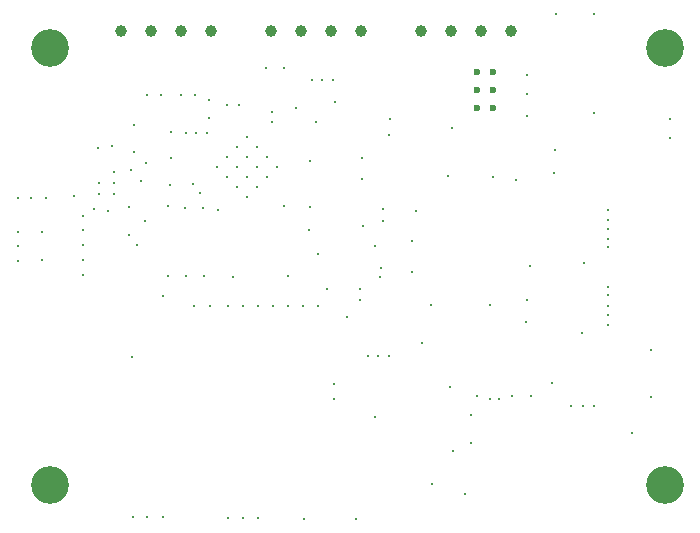
<source format=gbr>
%TF.GenerationSoftware,KiCad,Pcbnew,9.0.3*%
%TF.CreationDate,2025-07-18T13:59:50+02:00*%
%TF.ProjectId,LoRa_Project,4c6f5261-5f50-4726-9f6a-6563742e6b69,rev?*%
%TF.SameCoordinates,Original*%
%TF.FileFunction,Plated,1,4,PTH,Drill*%
%TF.FilePolarity,Positive*%
%FSLAX46Y46*%
G04 Gerber Fmt 4.6, Leading zero omitted, Abs format (unit mm)*
G04 Created by KiCad (PCBNEW 9.0.3) date 2025-07-18 13:59:50*
%MOMM*%
%LPD*%
G01*
G04 APERTURE LIST*
%TA.AperFunction,ComponentDrill*%
%ADD10C,0.200000*%
%TD*%
%TA.AperFunction,ViaDrill*%
%ADD11C,0.300000*%
%TD*%
%TA.AperFunction,ViaDrill*%
%ADD12C,0.600000*%
%TD*%
%TA.AperFunction,ComponentDrill*%
%ADD13C,1.000000*%
%TD*%
%TA.AperFunction,ComponentDrill*%
%ADD14C,3.200000*%
%TD*%
G04 APERTURE END LIST*
D10*
%TO.C,U5*%
X208096016Y-66030330D03*
X208944544Y-65181802D03*
X208944544Y-66878858D03*
X209793072Y-64333274D03*
X209793072Y-66030330D03*
X209793072Y-67727386D03*
X210641600Y-63484746D03*
X210641600Y-65181802D03*
X210641600Y-66878858D03*
X210641600Y-68575914D03*
X211490128Y-64333274D03*
X211490128Y-66030330D03*
X211490128Y-67727386D03*
X212338656Y-65181802D03*
X212338656Y-66878858D03*
X213187184Y-66030330D03*
%TD*%
D11*
X191300000Y-68700000D03*
X191300000Y-71500000D03*
X191300000Y-72700000D03*
X191300000Y-74000000D03*
X192400000Y-68700000D03*
X193300000Y-71500000D03*
X193300000Y-73900000D03*
X193600000Y-68700000D03*
X196000000Y-68500000D03*
X196800000Y-70200000D03*
X196800000Y-71400000D03*
X196800000Y-72600000D03*
X196800000Y-73900000D03*
X196800000Y-75200000D03*
X197700000Y-69600000D03*
X198000000Y-64400000D03*
X198100000Y-67400000D03*
X198100000Y-68300000D03*
X198900000Y-69800000D03*
X199200000Y-64300000D03*
X199400000Y-66500000D03*
X199400000Y-67400000D03*
X199400000Y-68300000D03*
X200700000Y-69400000D03*
X200700000Y-71800000D03*
X200800000Y-66300000D03*
X200931262Y-82134208D03*
X201000000Y-95634999D03*
X201100000Y-62500000D03*
X201100000Y-64800000D03*
X201300000Y-72600000D03*
X201700000Y-67200000D03*
X202000000Y-70600000D03*
X202100000Y-65700000D03*
X202200000Y-59900000D03*
X202200000Y-95634999D03*
X203400000Y-59900000D03*
X203500000Y-77000000D03*
X203500000Y-95634999D03*
X203950000Y-75300000D03*
X204000000Y-69300000D03*
X204100000Y-67600000D03*
X204250000Y-63050000D03*
X204250000Y-65300000D03*
X205050000Y-59900000D03*
X205400000Y-69500000D03*
X205500000Y-63150000D03*
X205500000Y-75300000D03*
X206100000Y-67500000D03*
X206200000Y-77800000D03*
X206250000Y-59900000D03*
X206350000Y-63150000D03*
X206700000Y-68200000D03*
X206900000Y-69500000D03*
X207050000Y-75300000D03*
X207250000Y-63150000D03*
X207475000Y-60350000D03*
X207475000Y-61875000D03*
X207500000Y-77800000D03*
X208200000Y-69700000D03*
X208950000Y-60800000D03*
X209069999Y-77800000D03*
X209069999Y-95769999D03*
X209500000Y-75350000D03*
X210000000Y-60800000D03*
X210300000Y-95734999D03*
X210340000Y-77800000D03*
X211600000Y-95734999D03*
X211610000Y-77800000D03*
X212250000Y-57650000D03*
X212775000Y-62225000D03*
X212800000Y-61350000D03*
X212880000Y-77800000D03*
X213800000Y-57650000D03*
X213825000Y-69350000D03*
X214100000Y-75293749D03*
X214150000Y-77800000D03*
X214800000Y-61000000D03*
X215420000Y-77800001D03*
X215500000Y-95800000D03*
X215899265Y-71400735D03*
X216000000Y-65550000D03*
X216000000Y-69400000D03*
X216150000Y-58700000D03*
X216500000Y-62200000D03*
X216650000Y-73400000D03*
X216690000Y-77800000D03*
X217025000Y-58700000D03*
X217400000Y-76406249D03*
X217900000Y-58700000D03*
X218000000Y-84400000D03*
X218000000Y-85700000D03*
X218100000Y-60500000D03*
X219100000Y-78700000D03*
X219900000Y-95800000D03*
X220200000Y-76400000D03*
X220200000Y-77300000D03*
X220400000Y-65300000D03*
X220400000Y-67050000D03*
X220456248Y-71000000D03*
X220900000Y-82050000D03*
X221500000Y-72700000D03*
X221500000Y-87200000D03*
X221775000Y-82050000D03*
X221950000Y-75350000D03*
X222000000Y-74600000D03*
X222200000Y-69600000D03*
X222200000Y-70600000D03*
X222650000Y-82050000D03*
X222675000Y-63325000D03*
X222800000Y-62000000D03*
X224600000Y-72300000D03*
X224600000Y-74900000D03*
X225000000Y-69800000D03*
X225500000Y-80900000D03*
X226225000Y-77725000D03*
X226300000Y-92900000D03*
X227700000Y-66800000D03*
X227800000Y-84700000D03*
X228000000Y-62700000D03*
X228100000Y-90100000D03*
X229100000Y-93700000D03*
X229600000Y-87000000D03*
X229600000Y-89400000D03*
X230100000Y-85400000D03*
X231200000Y-85700000D03*
X231212500Y-77700000D03*
X231500000Y-66900000D03*
X232000000Y-85700000D03*
X233100000Y-85400000D03*
X233400000Y-67100000D03*
X234286499Y-79126000D03*
X234375000Y-58250000D03*
X234375000Y-59850000D03*
X234375000Y-61750000D03*
X234386499Y-77326000D03*
X234600000Y-74400000D03*
X234700000Y-85400000D03*
X236500000Y-84300000D03*
X236650000Y-66550000D03*
X236700000Y-64600000D03*
X236800000Y-53100000D03*
X238100000Y-86300000D03*
X239000000Y-80100000D03*
X239100000Y-86300000D03*
X239200000Y-74200000D03*
X240000000Y-53100000D03*
X240000000Y-61500000D03*
X240000000Y-86300000D03*
X241200000Y-69700000D03*
X241200000Y-70500000D03*
X241200000Y-71300000D03*
X241200000Y-72100000D03*
X241200000Y-72800000D03*
X241200000Y-76200000D03*
X241200000Y-76900000D03*
X241200000Y-77800000D03*
X241200000Y-78600000D03*
X241200000Y-79400000D03*
X243250000Y-88550000D03*
X244850000Y-81500000D03*
X244850000Y-85550000D03*
X246500000Y-62000000D03*
X246500000Y-63600000D03*
D12*
X230100000Y-58000000D03*
X230100000Y-59500000D03*
X230100000Y-61000000D03*
X231500000Y-58000000D03*
X231500000Y-59500000D03*
X231500000Y-61000000D03*
D13*
%TO.C,J1*%
X200000000Y-54500000D03*
X202540000Y-54500000D03*
X205080000Y-54500000D03*
X207620000Y-54500000D03*
%TO.C,J3*%
X212690000Y-54500000D03*
X215230000Y-54500000D03*
X217770000Y-54500000D03*
X220310000Y-54500000D03*
%TO.C,J6*%
X225420001Y-54500000D03*
X227960001Y-54500000D03*
X230500001Y-54500000D03*
X233040001Y-54500000D03*
D14*
%TO.C,H1*%
X194000000Y-56000000D03*
%TO.C,H3*%
X194000000Y-93000000D03*
%TO.C,H2*%
X245999999Y-56000001D03*
%TO.C,H4*%
X245999999Y-92999999D03*
M02*

</source>
